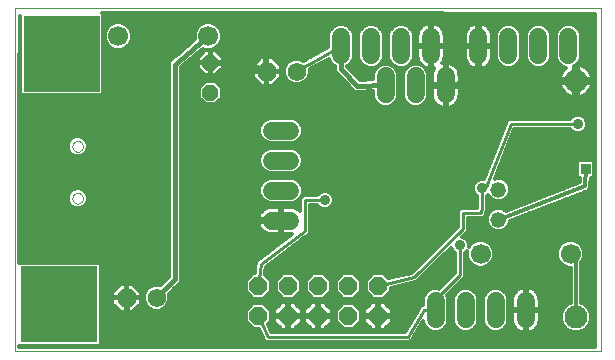
<source format=gbl>
G75*
%MOIN*%
%OFA0B0*%
%FSLAX24Y24*%
%IPPOS*%
%LPD*%
%AMOC8*
5,1,8,0,0,1.08239X$1,22.5*
%
%ADD10C,0.0000*%
%ADD11C,0.0520*%
%ADD12OC8,0.0600*%
%ADD13C,0.0600*%
%ADD14OC8,0.0520*%
%ADD15OC8,0.0620*%
%ADD16C,0.0620*%
%ADD17C,0.0669*%
%ADD18C,0.0768*%
%ADD19C,0.0160*%
%ADD20C,0.0356*%
%ADD21C,0.0100*%
%ADD22C,0.0120*%
%ADD23R,0.0356X0.0356*%
%ADD24R,0.2540X0.2540*%
D10*
X000352Y000270D02*
X000352Y011716D01*
X019882Y011716D01*
X019882Y000270D01*
X000352Y000270D01*
X002275Y005374D02*
X002277Y005400D01*
X002283Y005426D01*
X002293Y005451D01*
X002306Y005474D01*
X002322Y005494D01*
X002342Y005512D01*
X002364Y005527D01*
X002387Y005539D01*
X002413Y005547D01*
X002439Y005551D01*
X002465Y005551D01*
X002491Y005547D01*
X002517Y005539D01*
X002541Y005527D01*
X002562Y005512D01*
X002582Y005494D01*
X002598Y005474D01*
X002611Y005451D01*
X002621Y005426D01*
X002627Y005400D01*
X002629Y005374D01*
X002627Y005348D01*
X002621Y005322D01*
X002611Y005297D01*
X002598Y005274D01*
X002582Y005254D01*
X002562Y005236D01*
X002540Y005221D01*
X002517Y005209D01*
X002491Y005201D01*
X002465Y005197D01*
X002439Y005197D01*
X002413Y005201D01*
X002387Y005209D01*
X002363Y005221D01*
X002342Y005236D01*
X002322Y005254D01*
X002306Y005274D01*
X002293Y005297D01*
X002283Y005322D01*
X002277Y005348D01*
X002275Y005374D01*
X002275Y007106D02*
X002277Y007132D01*
X002283Y007158D01*
X002293Y007183D01*
X002306Y007206D01*
X002322Y007226D01*
X002342Y007244D01*
X002364Y007259D01*
X002387Y007271D01*
X002413Y007279D01*
X002439Y007283D01*
X002465Y007283D01*
X002491Y007279D01*
X002517Y007271D01*
X002541Y007259D01*
X002562Y007244D01*
X002582Y007226D01*
X002598Y007206D01*
X002611Y007183D01*
X002621Y007158D01*
X002627Y007132D01*
X002629Y007106D01*
X002627Y007080D01*
X002621Y007054D01*
X002611Y007029D01*
X002598Y007006D01*
X002582Y006986D01*
X002562Y006968D01*
X002540Y006953D01*
X002517Y006941D01*
X002491Y006933D01*
X002465Y006929D01*
X002439Y006929D01*
X002413Y006933D01*
X002387Y006941D01*
X002363Y006953D01*
X002342Y006968D01*
X002322Y006986D01*
X002306Y007006D01*
X002293Y007029D01*
X002283Y007054D01*
X002277Y007080D01*
X002275Y007106D01*
D11*
X016472Y005660D03*
X016472Y004660D03*
D12*
X012467Y002450D03*
X011467Y002450D03*
X010467Y002450D03*
X009467Y002450D03*
X008467Y002450D03*
X008467Y001450D03*
X009467Y001450D03*
X010467Y001450D03*
X011467Y001450D03*
X012467Y001450D03*
D13*
X014392Y001350D02*
X014392Y001950D01*
X015392Y001950D02*
X015392Y001350D01*
X016392Y001350D02*
X016392Y001950D01*
X017392Y001950D02*
X017392Y001350D01*
X009532Y004630D02*
X008932Y004630D01*
X008932Y005630D02*
X009532Y005630D01*
X009532Y006630D02*
X008932Y006630D01*
X008932Y007630D02*
X009532Y007630D01*
X012722Y008840D02*
X012722Y009440D01*
X013722Y009440D02*
X013722Y008840D01*
X014722Y008840D02*
X014722Y009440D01*
X014232Y010150D02*
X014232Y010750D01*
X013232Y010750D02*
X013232Y010150D01*
X012232Y010150D02*
X012232Y010750D01*
X011232Y010750D02*
X011232Y010150D01*
X015812Y010150D02*
X015812Y010750D01*
X016812Y010750D02*
X016812Y010150D01*
X017812Y010150D02*
X017812Y010750D01*
X018812Y010750D02*
X018812Y010150D01*
D14*
X006872Y009890D03*
X006872Y008890D03*
D15*
X008752Y009600D03*
X004082Y002060D03*
D16*
X005082Y002060D03*
X009752Y009600D03*
D17*
X006802Y010780D03*
X003802Y010780D03*
X015882Y003520D03*
X018882Y003520D03*
D18*
X019062Y001415D03*
X019062Y009289D03*
D19*
X015812Y010450D02*
X015812Y011300D01*
X008692Y011310D01*
X008692Y009600D01*
X008192Y009890D01*
X006872Y009890D01*
X006802Y010780D02*
X005792Y009930D01*
X005692Y009830D01*
X005692Y002680D01*
X005082Y002070D01*
X005082Y002060D01*
X004082Y002060D02*
X004072Y000990D01*
X011772Y009130D02*
X011232Y009670D01*
X011232Y010450D01*
X008752Y009600D02*
X008692Y009600D01*
X011772Y009130D02*
X012722Y009140D01*
X014722Y009140D02*
X015022Y009130D01*
X015492Y009600D01*
D20*
X015492Y009600D03*
X017032Y008550D03*
X019132Y007850D03*
X015922Y005710D03*
X015192Y003810D03*
X010692Y005310D03*
D21*
X010042Y005310D01*
X010042Y004300D01*
X008557Y003175D01*
X008467Y002450D01*
X008492Y001465D02*
X008467Y001450D01*
X008492Y001465D02*
X008602Y001190D01*
X008802Y000750D01*
X013462Y000760D01*
X014002Y001650D01*
X014392Y001650D01*
X014392Y002010D01*
X015192Y002810D01*
X015192Y003810D01*
X015292Y004360D02*
X015292Y004880D01*
X015892Y004880D01*
X015922Y005070D01*
X015922Y005710D01*
X016062Y005740D01*
X016892Y007850D01*
X019132Y007850D01*
X017032Y008550D02*
X015982Y009240D01*
X015492Y009600D01*
X011232Y010450D02*
X010222Y009890D01*
X009692Y009610D01*
X009742Y009610D01*
X015292Y004360D02*
X013672Y002740D01*
X012467Y002450D01*
D22*
X012047Y002498D02*
X011887Y002498D01*
X011887Y002380D02*
X012047Y002380D01*
X012047Y002276D02*
X012293Y002030D01*
X012641Y002030D01*
X012887Y002276D01*
X012887Y002376D01*
X013692Y002570D01*
X013742Y002570D01*
X013758Y002586D01*
X013780Y002591D01*
X013806Y002634D01*
X014902Y003730D01*
X014939Y003641D01*
X015022Y003558D01*
X015022Y002880D01*
X014501Y002359D01*
X014475Y002370D01*
X014308Y002370D01*
X014154Y002306D01*
X014036Y002188D01*
X013972Y002034D01*
X013972Y001820D01*
X013931Y001820D01*
X013915Y001804D01*
X013893Y001798D01*
X013867Y001756D01*
X013832Y001720D01*
X013832Y001698D01*
X013366Y000930D01*
X008911Y000920D01*
X008792Y001182D01*
X008887Y001276D01*
X008887Y001624D01*
X008641Y001870D01*
X008293Y001870D01*
X008047Y001624D01*
X008047Y001276D01*
X008293Y001030D01*
X008488Y001030D01*
X008632Y000713D01*
X008632Y000679D01*
X008660Y000651D01*
X008676Y000616D01*
X008708Y000604D01*
X008732Y000580D01*
X008771Y000580D01*
X008808Y000566D01*
X008839Y000580D01*
X013414Y000590D01*
X013434Y000578D01*
X013482Y000590D01*
X013533Y000590D01*
X013549Y000606D01*
X013571Y000612D01*
X013597Y000654D01*
X013632Y000690D01*
X013632Y000713D01*
X013972Y001273D01*
X013972Y001266D01*
X014036Y001112D01*
X014154Y000994D01*
X014308Y000930D01*
X014475Y000930D01*
X014630Y000994D01*
X014748Y001112D01*
X014812Y001266D01*
X014812Y002034D01*
X014766Y002144D01*
X015262Y002640D01*
X015362Y002740D01*
X015362Y003558D01*
X015437Y003633D01*
X015427Y003610D01*
X015427Y003430D01*
X015496Y003262D01*
X015624Y003135D01*
X015791Y003065D01*
X015972Y003065D01*
X016139Y003135D01*
X016267Y003262D01*
X016336Y003430D01*
X016336Y003610D01*
X016267Y003778D01*
X016139Y003905D01*
X015972Y003975D01*
X015791Y003975D01*
X015624Y003905D01*
X015496Y003778D01*
X015490Y003762D01*
X015490Y003869D01*
X015445Y003979D01*
X015361Y004063D01*
X015272Y004100D01*
X015362Y004190D01*
X015462Y004290D01*
X015462Y004710D01*
X015878Y004710D01*
X015935Y004701D01*
X015947Y004710D01*
X015962Y004710D01*
X016003Y004750D01*
X016049Y004784D01*
X016051Y004799D01*
X016062Y004810D01*
X016062Y004867D01*
X016081Y004989D01*
X016092Y005000D01*
X016092Y005057D01*
X016101Y005113D01*
X016092Y005125D01*
X016092Y005458D01*
X016129Y005495D01*
X016150Y005445D01*
X016257Y005338D01*
X016396Y005280D01*
X016547Y005280D01*
X016687Y005338D01*
X016794Y005445D01*
X016852Y005584D01*
X016852Y005736D01*
X016794Y005875D01*
X016687Y005982D01*
X016547Y006040D01*
X016396Y006040D01*
X016356Y006023D01*
X017008Y007680D01*
X018880Y007680D01*
X018963Y007597D01*
X019073Y007552D01*
X019191Y007552D01*
X019301Y007597D01*
X019385Y007681D01*
X019430Y007791D01*
X019430Y007909D01*
X019385Y008019D01*
X019301Y008103D01*
X019191Y008148D01*
X019073Y008148D01*
X018963Y008103D01*
X018880Y008020D01*
X016924Y008020D01*
X016889Y008034D01*
X016856Y008020D01*
X016821Y008020D01*
X016794Y007993D01*
X016759Y007978D01*
X016747Y007945D01*
X016722Y007920D01*
X016722Y007882D01*
X015984Y006007D01*
X015981Y006008D01*
X015863Y006008D01*
X015753Y005963D01*
X015669Y005879D01*
X015624Y005769D01*
X015624Y005651D01*
X015669Y005541D01*
X015752Y005458D01*
X015752Y005083D01*
X015747Y005050D01*
X015221Y005050D01*
X015122Y004950D01*
X015122Y004430D01*
X013585Y002894D01*
X012805Y002706D01*
X012641Y002870D01*
X012293Y002870D01*
X012047Y002624D01*
X012047Y002276D01*
X012062Y002261D02*
X011872Y002261D01*
X011887Y002276D02*
X011641Y002030D01*
X011293Y002030D01*
X011047Y002276D01*
X011047Y002624D01*
X011293Y002870D01*
X011641Y002870D01*
X011887Y002624D01*
X011887Y002276D01*
X011753Y002143D02*
X012180Y002143D01*
X012276Y001910D02*
X012007Y001641D01*
X012007Y001490D01*
X012427Y001490D01*
X012427Y001910D01*
X012276Y001910D01*
X012272Y001906D02*
X010662Y001906D01*
X010657Y001910D02*
X010507Y001910D01*
X010507Y001490D01*
X010927Y001490D01*
X010927Y001641D01*
X010657Y001910D01*
X010641Y002030D02*
X010887Y002276D01*
X010887Y002624D01*
X010641Y002870D01*
X010293Y002870D01*
X010047Y002624D01*
X010047Y002276D01*
X010293Y002030D01*
X010641Y002030D01*
X010753Y002143D02*
X011180Y002143D01*
X011062Y002261D02*
X010872Y002261D01*
X010887Y002380D02*
X011047Y002380D01*
X011047Y002498D02*
X010887Y002498D01*
X010887Y002617D02*
X011047Y002617D01*
X011158Y002735D02*
X010776Y002735D01*
X010657Y002854D02*
X011276Y002854D01*
X011657Y002854D02*
X012276Y002854D01*
X012158Y002735D02*
X011776Y002735D01*
X011887Y002617D02*
X012047Y002617D01*
X012657Y002854D02*
X013417Y002854D01*
X013663Y002972D02*
X008703Y002972D01*
X008717Y003083D02*
X010099Y004130D01*
X010112Y004130D01*
X010154Y004172D01*
X010201Y004207D01*
X010202Y004220D01*
X010212Y004230D01*
X010212Y004288D01*
X010220Y004347D01*
X010212Y004357D01*
X010212Y005140D01*
X010440Y005140D01*
X010523Y005057D01*
X010633Y005012D01*
X010751Y005012D01*
X010861Y005057D01*
X010945Y005141D01*
X010990Y005251D01*
X010990Y005369D01*
X010945Y005479D01*
X010861Y005563D01*
X010751Y005608D01*
X010633Y005608D01*
X010523Y005563D01*
X010440Y005480D01*
X009971Y005480D01*
X009891Y005400D01*
X009952Y005546D01*
X009952Y005714D01*
X009888Y005868D01*
X009770Y005986D01*
X009615Y006050D01*
X008848Y006050D01*
X008694Y005986D01*
X008576Y005868D01*
X008512Y005714D01*
X008512Y005546D01*
X008576Y005392D01*
X008694Y005274D01*
X008848Y005210D01*
X009615Y005210D01*
X009770Y005274D01*
X009872Y005376D01*
X009872Y004941D01*
X009831Y004981D01*
X009773Y005023D01*
X009708Y005056D01*
X009640Y005079D01*
X009568Y005090D01*
X009272Y005090D01*
X009272Y004670D01*
X009192Y004670D01*
X009192Y005090D01*
X008896Y005090D01*
X008824Y005079D01*
X008755Y005056D01*
X008691Y005023D01*
X008632Y004981D01*
X008581Y004930D01*
X008538Y004871D01*
X008506Y004807D01*
X008483Y004738D01*
X008472Y004670D01*
X009192Y004670D01*
X009192Y004590D01*
X009272Y004590D01*
X009272Y004170D01*
X009568Y004170D01*
X009594Y004174D01*
X008509Y003352D01*
X008508Y003352D01*
X008453Y003310D01*
X008398Y003268D01*
X008398Y003267D01*
X008397Y003266D01*
X008388Y003197D01*
X008379Y003128D01*
X008380Y003127D01*
X008348Y002870D01*
X008293Y002870D01*
X008047Y002624D01*
X008047Y002276D01*
X008293Y002030D01*
X008641Y002030D01*
X008887Y002276D01*
X008887Y002624D01*
X008685Y002826D01*
X008717Y003083D01*
X008727Y003091D02*
X013782Y003091D01*
X013900Y003209D02*
X008883Y003209D01*
X009040Y003328D02*
X014019Y003328D01*
X014137Y003446D02*
X009196Y003446D01*
X009353Y003565D02*
X014256Y003565D01*
X014374Y003683D02*
X009509Y003683D01*
X009665Y003802D02*
X014493Y003802D01*
X014611Y003920D02*
X009822Y003920D01*
X009978Y004039D02*
X014730Y004039D01*
X014848Y004157D02*
X010139Y004157D01*
X010212Y004276D02*
X014967Y004276D01*
X015085Y004394D02*
X010212Y004394D01*
X010212Y004513D02*
X015122Y004513D01*
X015122Y004631D02*
X010212Y004631D01*
X010212Y004750D02*
X015122Y004750D01*
X015122Y004868D02*
X010212Y004868D01*
X010212Y004987D02*
X015158Y004987D01*
X015752Y005105D02*
X010908Y005105D01*
X010979Y005224D02*
X015752Y005224D01*
X015752Y005342D02*
X010990Y005342D01*
X010952Y005461D02*
X015750Y005461D01*
X015653Y005579D02*
X010821Y005579D01*
X010562Y005579D02*
X009952Y005579D01*
X009952Y005461D02*
X009916Y005461D01*
X009872Y005342D02*
X009838Y005342D01*
X009872Y005224D02*
X009648Y005224D01*
X009872Y005105D02*
X005892Y005105D01*
X005892Y004987D02*
X008640Y004987D01*
X008537Y004868D02*
X005892Y004868D01*
X005892Y004750D02*
X008487Y004750D01*
X008472Y004590D02*
X008483Y004522D01*
X008506Y004453D01*
X008538Y004389D01*
X008581Y004330D01*
X008632Y004279D01*
X008691Y004237D01*
X008755Y004204D01*
X008824Y004181D01*
X008896Y004170D01*
X009192Y004170D01*
X009192Y004590D01*
X008472Y004590D01*
X008486Y004513D02*
X005892Y004513D01*
X005892Y004631D02*
X009192Y004631D01*
X009232Y004630D02*
X007562Y004630D01*
X006832Y003900D01*
X006832Y001050D01*
X006742Y000960D01*
X004102Y000960D01*
X004072Y000990D01*
X003222Y000958D02*
X008521Y000958D01*
X008575Y000839D02*
X003222Y000839D01*
X003222Y000721D02*
X008628Y000721D01*
X008709Y000602D02*
X003222Y000602D01*
X003222Y000520D02*
X003222Y003160D01*
X003152Y003230D01*
X000512Y003230D01*
X000512Y003230D01*
X000512Y008995D01*
X000532Y011460D01*
X000532Y008880D01*
X000602Y008810D01*
X003242Y008810D01*
X003312Y008880D01*
X003312Y011520D01*
X003275Y011556D01*
X009714Y011556D01*
X019702Y011530D01*
X019702Y000430D01*
X019701Y000430D01*
X000512Y000430D01*
X000512Y000450D01*
X003152Y000450D01*
X003222Y000520D01*
X003185Y000484D02*
X019702Y000484D01*
X019702Y000602D02*
X013544Y000602D01*
X013637Y000721D02*
X019702Y000721D01*
X019702Y000839D02*
X013709Y000839D01*
X013781Y000958D02*
X014242Y000958D01*
X014072Y001076D02*
X013852Y001076D01*
X013924Y001195D02*
X014002Y001195D01*
X013670Y001432D02*
X012507Y001432D01*
X012507Y001410D02*
X012507Y001490D01*
X012927Y001490D01*
X012927Y001641D01*
X012657Y001910D01*
X012507Y001910D01*
X012507Y001490D01*
X012427Y001490D01*
X012427Y001410D01*
X012507Y001410D01*
X012927Y001410D01*
X012927Y001259D01*
X012657Y000990D01*
X012507Y000990D01*
X012507Y001410D01*
X012427Y001410D02*
X012427Y000990D01*
X012276Y000990D01*
X012007Y001259D01*
X012007Y001410D01*
X012427Y001410D01*
X012427Y001432D02*
X011887Y001432D01*
X011887Y001550D02*
X012007Y001550D01*
X012035Y001669D02*
X011842Y001669D01*
X011887Y001624D02*
X011641Y001870D01*
X011293Y001870D01*
X011047Y001624D01*
X011047Y001276D01*
X011293Y001030D01*
X011641Y001030D01*
X011887Y001276D01*
X011887Y001624D01*
X011724Y001787D02*
X012153Y001787D01*
X012427Y001787D02*
X012507Y001787D01*
X012507Y001669D02*
X012427Y001669D01*
X012427Y001550D02*
X012507Y001550D01*
X012899Y001669D02*
X013814Y001669D01*
X013886Y001787D02*
X012780Y001787D01*
X012662Y001906D02*
X013972Y001906D01*
X013972Y002024D02*
X005512Y002024D01*
X005512Y001974D02*
X005512Y002146D01*
X005491Y002196D01*
X005892Y002597D01*
X005892Y009747D01*
X005927Y009783D01*
X006618Y010364D01*
X006711Y010325D01*
X006892Y010325D01*
X007059Y010395D01*
X007187Y010522D01*
X007256Y010690D01*
X007256Y010870D01*
X007187Y011038D01*
X007059Y011165D01*
X006892Y011235D01*
X006711Y011235D01*
X006544Y011165D01*
X006416Y011038D01*
X006347Y010870D01*
X006347Y010690D01*
X006357Y010667D01*
X005719Y010130D01*
X005709Y010130D01*
X005656Y010077D01*
X005600Y010030D01*
X005599Y010020D01*
X005492Y009913D01*
X005492Y002763D01*
X005204Y002475D01*
X005167Y002490D01*
X004996Y002490D01*
X004838Y002425D01*
X004717Y002304D01*
X004652Y002146D01*
X004652Y001974D01*
X004717Y001816D01*
X004838Y001695D01*
X004996Y001630D01*
X005167Y001630D01*
X005325Y001695D01*
X005446Y001816D01*
X005512Y001974D01*
X005483Y001906D02*
X009272Y001906D01*
X009276Y001910D02*
X009007Y001641D01*
X009007Y001490D01*
X009427Y001490D01*
X009427Y001910D01*
X009276Y001910D01*
X009293Y002030D02*
X009641Y002030D01*
X009887Y002276D01*
X009887Y002624D01*
X009641Y002870D01*
X009293Y002870D01*
X009047Y002624D01*
X009047Y002276D01*
X009293Y002030D01*
X009180Y002143D02*
X008753Y002143D01*
X008872Y002261D02*
X009062Y002261D01*
X009047Y002380D02*
X008887Y002380D01*
X008887Y002498D02*
X009047Y002498D01*
X009047Y002617D02*
X008887Y002617D01*
X008776Y002735D02*
X009158Y002735D01*
X009276Y002854D02*
X008688Y002854D01*
X008360Y002972D02*
X005892Y002972D01*
X005892Y002854D02*
X008276Y002854D01*
X008158Y002735D02*
X005892Y002735D01*
X005892Y002617D02*
X008047Y002617D01*
X008047Y002498D02*
X005793Y002498D01*
X005674Y002380D02*
X008047Y002380D01*
X008062Y002261D02*
X005556Y002261D01*
X005512Y002143D02*
X008180Y002143D01*
X008210Y001787D02*
X005417Y001787D01*
X005260Y001669D02*
X008091Y001669D01*
X008047Y001550D02*
X003222Y001550D01*
X003222Y001432D02*
X008047Y001432D01*
X008047Y001313D02*
X003222Y001313D01*
X003222Y001195D02*
X008128Y001195D01*
X008247Y001076D02*
X003222Y001076D01*
X003887Y001590D02*
X004062Y001590D01*
X004062Y002040D01*
X004102Y002040D01*
X004102Y002080D01*
X004552Y002080D01*
X004552Y002255D01*
X004276Y002530D01*
X004102Y002530D01*
X004102Y002080D01*
X004062Y002080D01*
X004062Y002530D01*
X003887Y002530D01*
X003612Y002255D01*
X003612Y002080D01*
X004062Y002080D01*
X004062Y002040D01*
X003612Y002040D01*
X003612Y001865D01*
X003887Y001590D01*
X003809Y001669D02*
X003222Y001669D01*
X003222Y001787D02*
X003690Y001787D01*
X003612Y001906D02*
X003222Y001906D01*
X003222Y002024D02*
X003612Y002024D01*
X003612Y002143D02*
X003222Y002143D01*
X003222Y002261D02*
X003618Y002261D01*
X003737Y002380D02*
X003222Y002380D01*
X003222Y002498D02*
X003855Y002498D01*
X004062Y002498D02*
X004102Y002498D01*
X004102Y002380D02*
X004062Y002380D01*
X004062Y002261D02*
X004102Y002261D01*
X004102Y002143D02*
X004062Y002143D01*
X004102Y002040D02*
X004552Y002040D01*
X004552Y001865D01*
X004276Y001590D01*
X004102Y001590D01*
X004102Y002040D01*
X004102Y002024D02*
X004062Y002024D01*
X004062Y001906D02*
X004102Y001906D01*
X004102Y001787D02*
X004062Y001787D01*
X004062Y001669D02*
X004102Y001669D01*
X004355Y001669D02*
X004903Y001669D01*
X004747Y001787D02*
X004474Y001787D01*
X004552Y001906D02*
X004680Y001906D01*
X004652Y002024D02*
X004552Y002024D01*
X004552Y002143D02*
X004652Y002143D01*
X004700Y002261D02*
X004545Y002261D01*
X004427Y002380D02*
X004793Y002380D01*
X005227Y002498D02*
X004308Y002498D01*
X005346Y002617D02*
X003222Y002617D01*
X003222Y002735D02*
X005464Y002735D01*
X005492Y002854D02*
X003222Y002854D01*
X003222Y002972D02*
X005492Y002972D01*
X005492Y003091D02*
X003222Y003091D01*
X003172Y003209D02*
X005492Y003209D01*
X005492Y003328D02*
X000512Y003328D01*
X000512Y003446D02*
X005492Y003446D01*
X005492Y003565D02*
X000512Y003565D01*
X000512Y003683D02*
X005492Y003683D01*
X005492Y003802D02*
X000512Y003802D01*
X000512Y003920D02*
X005492Y003920D01*
X005492Y004039D02*
X000512Y004039D01*
X000512Y004157D02*
X005492Y004157D01*
X005492Y004276D02*
X000512Y004276D01*
X000512Y004394D02*
X005492Y004394D01*
X005492Y004513D02*
X000512Y004513D01*
X000512Y004631D02*
X005492Y004631D01*
X005492Y004750D02*
X000512Y004750D01*
X000512Y004868D02*
X005492Y004868D01*
X005492Y004987D02*
X000512Y004987D01*
X000512Y005105D02*
X002244Y005105D01*
X002261Y005088D02*
X002166Y005183D01*
X002115Y005307D01*
X002115Y005441D01*
X002166Y005565D01*
X002261Y005660D01*
X002385Y005711D01*
X002519Y005711D01*
X002643Y005660D01*
X002738Y005565D01*
X002789Y005441D01*
X002789Y005307D01*
X002738Y005183D01*
X002643Y005088D01*
X002519Y005037D01*
X002385Y005037D01*
X002261Y005088D01*
X002149Y005224D02*
X000512Y005224D01*
X000512Y005342D02*
X002115Y005342D01*
X002123Y005461D02*
X000512Y005461D01*
X000512Y005579D02*
X002180Y005579D01*
X002352Y005698D02*
X000512Y005698D01*
X000512Y005816D02*
X005492Y005816D01*
X005492Y005698D02*
X002551Y005698D01*
X002723Y005579D02*
X005492Y005579D01*
X005492Y005461D02*
X002781Y005461D01*
X002789Y005342D02*
X005492Y005342D01*
X005492Y005224D02*
X002754Y005224D01*
X002660Y005105D02*
X005492Y005105D01*
X005892Y005224D02*
X008816Y005224D01*
X008626Y005342D02*
X005892Y005342D01*
X005892Y005461D02*
X008547Y005461D01*
X008512Y005579D02*
X005892Y005579D01*
X005892Y005698D02*
X008512Y005698D01*
X008554Y005816D02*
X005892Y005816D01*
X005892Y005935D02*
X008642Y005935D01*
X008694Y006274D02*
X008848Y006210D01*
X009615Y006210D01*
X009770Y006274D01*
X009888Y006392D01*
X009952Y006546D01*
X009952Y006714D01*
X009888Y006868D01*
X009770Y006986D01*
X009615Y007050D01*
X008848Y007050D01*
X008694Y006986D01*
X008576Y006868D01*
X008512Y006714D01*
X008512Y006546D01*
X008576Y006392D01*
X008694Y006274D01*
X008678Y006290D02*
X005892Y006290D01*
X005892Y006172D02*
X016049Y006172D01*
X016096Y006290D02*
X009786Y006290D01*
X009895Y006409D02*
X016142Y006409D01*
X016189Y006527D02*
X009944Y006527D01*
X009952Y006646D02*
X016235Y006646D01*
X016282Y006764D02*
X009931Y006764D01*
X009873Y006883D02*
X016329Y006883D01*
X016375Y007001D02*
X009734Y007001D01*
X009615Y007210D02*
X009770Y007274D01*
X009888Y007392D01*
X009952Y007546D01*
X009952Y007714D01*
X009888Y007868D01*
X009770Y007986D01*
X009615Y008050D01*
X008848Y008050D01*
X008694Y007986D01*
X008576Y007868D01*
X008512Y007714D01*
X008512Y007546D01*
X008576Y007392D01*
X008694Y007274D01*
X008848Y007210D01*
X009615Y007210D01*
X009683Y007238D02*
X016468Y007238D01*
X016422Y007120D02*
X005892Y007120D01*
X005892Y007238D02*
X008781Y007238D01*
X008611Y007357D02*
X005892Y007357D01*
X005892Y007475D02*
X008541Y007475D01*
X008512Y007594D02*
X005892Y007594D01*
X005892Y007712D02*
X008512Y007712D01*
X008560Y007831D02*
X005892Y007831D01*
X005892Y007949D02*
X008657Y007949D01*
X009807Y007949D02*
X016748Y007949D01*
X016701Y007831D02*
X009903Y007831D01*
X009952Y007712D02*
X016655Y007712D01*
X016608Y007594D02*
X009952Y007594D01*
X009922Y007475D02*
X016562Y007475D01*
X016515Y007357D02*
X009852Y007357D01*
X008730Y007001D02*
X005892Y007001D01*
X005892Y006883D02*
X008590Y006883D01*
X008533Y006764D02*
X005892Y006764D01*
X005892Y006646D02*
X008512Y006646D01*
X008520Y006527D02*
X005892Y006527D01*
X005892Y006409D02*
X008569Y006409D01*
X009821Y005935D02*
X015725Y005935D01*
X015643Y005816D02*
X009909Y005816D01*
X009952Y005698D02*
X015624Y005698D01*
X016094Y005461D02*
X016143Y005461D01*
X016092Y005342D02*
X016252Y005342D01*
X016092Y005224D02*
X017428Y005224D01*
X017122Y005105D02*
X016099Y005105D01*
X016081Y004987D02*
X016267Y004987D01*
X016257Y004982D02*
X016396Y005040D01*
X016547Y005040D01*
X016687Y004982D01*
X016720Y004949D01*
X019186Y005905D01*
X019191Y006042D01*
X019154Y006042D01*
X019084Y006112D01*
X019084Y006568D01*
X019154Y006638D01*
X019610Y006638D01*
X019680Y006568D01*
X019680Y006112D01*
X019610Y006042D01*
X019551Y006042D01*
X019543Y005811D01*
X019557Y005776D01*
X019540Y005739D01*
X019539Y005699D01*
X019512Y005673D01*
X019496Y005639D01*
X019459Y005625D01*
X019430Y005597D01*
X019392Y005599D01*
X016852Y004614D01*
X016852Y004584D01*
X016794Y004445D01*
X016687Y004338D01*
X016547Y004280D01*
X016396Y004280D01*
X016257Y004338D01*
X016150Y004445D01*
X016092Y004584D01*
X016092Y004736D01*
X016150Y004875D01*
X016257Y004982D01*
X016147Y004868D02*
X016062Y004868D01*
X016098Y004750D02*
X016002Y004750D01*
X016092Y004631D02*
X015462Y004631D01*
X015462Y004513D02*
X016122Y004513D01*
X016200Y004394D02*
X015462Y004394D01*
X015448Y004276D02*
X019702Y004276D01*
X019702Y004394D02*
X016743Y004394D01*
X016822Y004513D02*
X019702Y004513D01*
X019702Y004631D02*
X016895Y004631D01*
X017201Y004750D02*
X019702Y004750D01*
X019702Y004868D02*
X017507Y004868D01*
X017813Y004987D02*
X019702Y004987D01*
X019702Y005105D02*
X018118Y005105D01*
X018424Y005224D02*
X019702Y005224D01*
X019702Y005342D02*
X018730Y005342D01*
X019036Y005461D02*
X019702Y005461D01*
X019702Y005579D02*
X019341Y005579D01*
X019362Y005780D02*
X016472Y004660D01*
X016676Y004987D02*
X016816Y004987D01*
X016691Y005342D02*
X017734Y005342D01*
X018039Y005461D02*
X016801Y005461D01*
X016850Y005579D02*
X018345Y005579D01*
X018651Y005698D02*
X016852Y005698D01*
X016818Y005816D02*
X018957Y005816D01*
X019187Y005935D02*
X016735Y005935D01*
X016368Y006053D02*
X019143Y006053D01*
X019084Y006172D02*
X016414Y006172D01*
X016461Y006290D02*
X019084Y006290D01*
X019084Y006409D02*
X016507Y006409D01*
X016554Y006527D02*
X019084Y006527D01*
X019382Y006340D02*
X019362Y005780D01*
X019543Y005816D02*
X019702Y005816D01*
X019702Y005698D02*
X019537Y005698D01*
X019547Y005935D02*
X019702Y005935D01*
X019702Y006053D02*
X019621Y006053D01*
X019680Y006172D02*
X019702Y006172D01*
X019702Y006290D02*
X019680Y006290D01*
X019680Y006409D02*
X019702Y006409D01*
X019702Y006527D02*
X019680Y006527D01*
X019702Y006646D02*
X016601Y006646D01*
X016647Y006764D02*
X019702Y006764D01*
X019702Y006883D02*
X016694Y006883D01*
X016741Y007001D02*
X019702Y007001D01*
X019702Y007120D02*
X016787Y007120D01*
X016834Y007238D02*
X019702Y007238D01*
X019702Y007357D02*
X016880Y007357D01*
X016927Y007475D02*
X019702Y007475D01*
X019702Y007594D02*
X019292Y007594D01*
X019397Y007712D02*
X019702Y007712D01*
X019702Y007831D02*
X019430Y007831D01*
X019413Y007949D02*
X019702Y007949D01*
X019702Y008068D02*
X019336Y008068D01*
X019702Y008186D02*
X005892Y008186D01*
X005892Y008068D02*
X018928Y008068D01*
X019702Y008305D02*
X005892Y008305D01*
X005892Y008423D02*
X012631Y008423D01*
X012638Y008420D02*
X012805Y008420D01*
X012960Y008484D01*
X013078Y008602D01*
X013142Y008756D01*
X013142Y009524D01*
X013078Y009678D01*
X012960Y009796D01*
X012805Y009860D01*
X012638Y009860D01*
X012484Y009796D01*
X012366Y009678D01*
X012302Y009524D01*
X012302Y009336D01*
X011854Y009331D01*
X011432Y009753D01*
X011432Y009778D01*
X011470Y009794D01*
X011588Y009912D01*
X011652Y010066D01*
X011652Y010834D01*
X011588Y010988D01*
X011470Y011106D01*
X011315Y011170D01*
X011148Y011170D01*
X010994Y011106D01*
X010876Y010988D01*
X010812Y010834D01*
X010812Y010412D01*
X010141Y010040D01*
X009997Y009963D01*
X009995Y009965D01*
X009837Y010030D01*
X009666Y010030D01*
X009508Y009965D01*
X009387Y009844D01*
X009322Y009686D01*
X009322Y009514D01*
X009387Y009356D01*
X009508Y009235D01*
X009666Y009170D01*
X009837Y009170D01*
X009995Y009235D01*
X010116Y009356D01*
X010182Y009514D01*
X010182Y009677D01*
X010241Y009708D01*
X010243Y009707D01*
X010303Y009740D01*
X010363Y009773D01*
X010364Y009774D01*
X010827Y010031D01*
X010876Y009912D01*
X010994Y009794D01*
X011032Y009778D01*
X011032Y009587D01*
X011149Y009470D01*
X011573Y009046D01*
X011573Y009045D01*
X011631Y008988D01*
X011689Y008930D01*
X011690Y008930D01*
X011691Y008929D01*
X011773Y008930D01*
X011855Y008930D01*
X011856Y008931D01*
X012302Y008936D01*
X012302Y008756D01*
X012366Y008602D01*
X012484Y008484D01*
X012638Y008420D01*
X012813Y008423D02*
X013631Y008423D01*
X013638Y008420D02*
X013805Y008420D01*
X013960Y008484D01*
X014078Y008602D01*
X014142Y008756D01*
X014142Y009524D01*
X014078Y009678D01*
X014008Y009748D01*
X014055Y009724D01*
X014124Y009701D01*
X014192Y009691D01*
X014192Y010410D01*
X014272Y010410D01*
X014272Y010490D01*
X014692Y010490D01*
X014692Y010786D01*
X014680Y010858D01*
X014658Y010927D01*
X014625Y010991D01*
X014583Y011050D01*
X014531Y011101D01*
X014473Y011143D01*
X014408Y011176D01*
X014340Y011199D01*
X014272Y011209D01*
X014272Y010490D01*
X014192Y010490D01*
X014192Y011209D01*
X014124Y011199D01*
X014055Y011176D01*
X013991Y011143D01*
X013932Y011101D01*
X013881Y011050D01*
X013838Y010991D01*
X013806Y010927D01*
X013783Y010858D01*
X013772Y010786D01*
X013772Y010490D01*
X014192Y010490D01*
X014192Y010410D01*
X013772Y010410D01*
X013772Y010114D01*
X013783Y010042D01*
X013806Y009973D01*
X013838Y009909D01*
X013881Y009850D01*
X013918Y009813D01*
X013805Y009860D01*
X013638Y009860D01*
X013484Y009796D01*
X013366Y009678D01*
X013302Y009524D01*
X013302Y008756D01*
X013366Y008602D01*
X013484Y008484D01*
X013638Y008420D01*
X013813Y008423D02*
X014527Y008423D01*
X014545Y008414D02*
X014614Y008391D01*
X014682Y008381D01*
X014682Y009100D01*
X014762Y009100D01*
X014762Y009180D01*
X015182Y009180D01*
X015182Y009476D01*
X015170Y009548D01*
X015148Y009617D01*
X015115Y009681D01*
X015073Y009740D01*
X015021Y009791D01*
X014963Y009833D01*
X014898Y009866D01*
X014830Y009889D01*
X014762Y009899D01*
X014762Y009180D01*
X014682Y009180D01*
X014682Y009899D01*
X014614Y009889D01*
X014609Y009887D01*
X014625Y009909D01*
X014658Y009973D01*
X014680Y010042D01*
X014692Y010114D01*
X014692Y010410D01*
X014272Y010410D01*
X014272Y009691D01*
X014340Y009701D01*
X014344Y009703D01*
X014328Y009681D01*
X014296Y009617D01*
X014273Y009548D01*
X014262Y009476D01*
X014262Y009180D01*
X014682Y009180D01*
X014682Y009100D01*
X014262Y009100D01*
X014262Y008804D01*
X014273Y008732D01*
X014296Y008663D01*
X014328Y008599D01*
X014371Y008540D01*
X014422Y008489D01*
X014481Y008447D01*
X014545Y008414D01*
X014682Y008423D02*
X014762Y008423D01*
X014762Y008381D02*
X014830Y008391D01*
X014898Y008414D01*
X014963Y008447D01*
X015021Y008489D01*
X015073Y008540D01*
X015115Y008599D01*
X015148Y008663D01*
X015170Y008732D01*
X015182Y008804D01*
X015182Y009100D01*
X014762Y009100D01*
X014762Y008381D01*
X014917Y008423D02*
X019702Y008423D01*
X019702Y008542D02*
X015074Y008542D01*
X015146Y008660D02*
X019702Y008660D01*
X019702Y008779D02*
X019252Y008779D01*
X019271Y008785D02*
X019189Y008758D01*
X019122Y008748D01*
X019122Y009229D01*
X019122Y009349D01*
X019002Y009349D01*
X019002Y009774D01*
X019050Y009794D01*
X019168Y009912D01*
X019232Y010066D01*
X019232Y010834D01*
X019168Y010988D01*
X019050Y011106D01*
X018895Y011170D01*
X018728Y011170D01*
X018574Y011106D01*
X018456Y010988D01*
X018392Y010834D01*
X018392Y010066D01*
X018456Y009912D01*
X018574Y009794D01*
X018728Y009730D01*
X018744Y009730D01*
X018708Y009703D01*
X018647Y009643D01*
X018597Y009574D01*
X018558Y009497D01*
X018531Y009416D01*
X018521Y009349D01*
X019002Y009349D01*
X019002Y009229D01*
X018521Y009229D01*
X018531Y009161D01*
X018558Y009080D01*
X018597Y009004D01*
X018647Y008934D01*
X018708Y008874D01*
X018777Y008824D01*
X018853Y008785D01*
X018934Y008758D01*
X019002Y008748D01*
X019002Y009229D01*
X019122Y009229D01*
X019603Y009229D01*
X019592Y009161D01*
X019566Y009080D01*
X019527Y009004D01*
X019477Y008934D01*
X019416Y008874D01*
X019347Y008824D01*
X019271Y008785D01*
X019122Y008779D02*
X019002Y008779D01*
X019002Y008897D02*
X019122Y008897D01*
X019122Y009016D02*
X019002Y009016D01*
X019002Y009134D02*
X019122Y009134D01*
X019122Y009253D02*
X019702Y009253D01*
X019702Y009371D02*
X019599Y009371D01*
X019603Y009349D02*
X019592Y009416D01*
X019566Y009497D01*
X019527Y009574D01*
X019477Y009643D01*
X019416Y009703D01*
X019347Y009754D01*
X019271Y009793D01*
X019189Y009819D01*
X019122Y009830D01*
X019122Y009349D01*
X019603Y009349D01*
X019568Y009490D02*
X019702Y009490D01*
X019702Y009608D02*
X019502Y009608D01*
X019384Y009727D02*
X019702Y009727D01*
X019702Y009845D02*
X019101Y009845D01*
X019122Y009727D02*
X019002Y009727D01*
X019002Y009608D02*
X019122Y009608D01*
X019122Y009490D02*
X019002Y009490D01*
X019002Y009371D02*
X019122Y009371D01*
X019002Y009253D02*
X015182Y009253D01*
X015182Y009371D02*
X018524Y009371D01*
X018555Y009490D02*
X015180Y009490D01*
X015151Y009608D02*
X018622Y009608D01*
X018739Y009727D02*
X015994Y009727D01*
X015988Y009724D02*
X016053Y009757D01*
X016111Y009799D01*
X016163Y009850D01*
X016205Y009909D01*
X016238Y009973D01*
X016260Y010042D01*
X016272Y010114D01*
X016272Y010410D01*
X015852Y010410D01*
X015852Y010490D01*
X016272Y010490D01*
X016272Y010786D01*
X016260Y010858D01*
X016238Y010927D01*
X016205Y010991D01*
X016163Y011050D01*
X016111Y011101D01*
X016053Y011143D01*
X015988Y011176D01*
X015920Y011199D01*
X015852Y011209D01*
X015852Y010490D01*
X015772Y010490D01*
X015772Y011209D01*
X015704Y011199D01*
X015635Y011176D01*
X015571Y011143D01*
X015512Y011101D01*
X015461Y011050D01*
X015418Y010991D01*
X015386Y010927D01*
X015363Y010858D01*
X015352Y010786D01*
X015352Y010490D01*
X015772Y010490D01*
X015772Y010410D01*
X015852Y010410D01*
X015852Y009691D01*
X015920Y009701D01*
X015988Y009724D01*
X015852Y009727D02*
X015772Y009727D01*
X015772Y009691D02*
X015772Y010410D01*
X015352Y010410D01*
X015352Y010114D01*
X015363Y010042D01*
X015386Y009973D01*
X015418Y009909D01*
X015461Y009850D01*
X015512Y009799D01*
X015571Y009757D01*
X015635Y009724D01*
X015704Y009701D01*
X015772Y009691D01*
X015630Y009727D02*
X015082Y009727D01*
X014940Y009845D02*
X015466Y009845D01*
X015391Y009964D02*
X014653Y009964D01*
X014682Y009845D02*
X014762Y009845D01*
X014762Y009727D02*
X014682Y009727D01*
X014682Y009608D02*
X014762Y009608D01*
X014762Y009490D02*
X014682Y009490D01*
X014682Y009371D02*
X014762Y009371D01*
X014762Y009253D02*
X014682Y009253D01*
X014682Y009134D02*
X014142Y009134D01*
X014142Y009016D02*
X014262Y009016D01*
X014262Y008897D02*
X014142Y008897D01*
X014142Y008779D02*
X014266Y008779D01*
X014297Y008660D02*
X014102Y008660D01*
X014017Y008542D02*
X014370Y008542D01*
X014682Y008542D02*
X014762Y008542D01*
X014762Y008660D02*
X014682Y008660D01*
X014682Y008779D02*
X014762Y008779D01*
X014762Y008897D02*
X014682Y008897D01*
X014682Y009016D02*
X014762Y009016D01*
X014762Y009134D02*
X018540Y009134D01*
X018591Y009016D02*
X015182Y009016D01*
X015182Y008897D02*
X018684Y008897D01*
X018872Y008779D02*
X015178Y008779D01*
X014262Y009253D02*
X014142Y009253D01*
X014142Y009371D02*
X014262Y009371D01*
X014264Y009490D02*
X014142Y009490D01*
X014107Y009608D02*
X014293Y009608D01*
X014272Y009727D02*
X014192Y009727D01*
X014192Y009845D02*
X014272Y009845D01*
X014272Y009964D02*
X014192Y009964D01*
X014192Y010082D02*
X014272Y010082D01*
X014272Y010201D02*
X014192Y010201D01*
X014192Y010319D02*
X014272Y010319D01*
X014272Y010438D02*
X015772Y010438D01*
X015852Y010438D02*
X016392Y010438D01*
X016392Y010556D02*
X016272Y010556D01*
X016272Y010675D02*
X016392Y010675D01*
X016392Y010793D02*
X016271Y010793D01*
X016243Y010912D02*
X016424Y010912D01*
X016456Y010988D02*
X016392Y010834D01*
X016392Y010066D01*
X016456Y009912D01*
X016574Y009794D01*
X016728Y009730D01*
X016895Y009730D01*
X017050Y009794D01*
X017168Y009912D01*
X017232Y010066D01*
X017232Y010834D01*
X017168Y010988D01*
X017050Y011106D01*
X016895Y011170D01*
X016728Y011170D01*
X016574Y011106D01*
X016456Y010988D01*
X016498Y011030D02*
X016177Y011030D01*
X016043Y011149D02*
X016677Y011149D01*
X016947Y011149D02*
X017677Y011149D01*
X017728Y011170D02*
X017574Y011106D01*
X017456Y010988D01*
X017392Y010834D01*
X017392Y010066D01*
X017456Y009912D01*
X017574Y009794D01*
X017728Y009730D01*
X017895Y009730D01*
X018050Y009794D01*
X018168Y009912D01*
X018232Y010066D01*
X018232Y010834D01*
X018168Y010988D01*
X018050Y011106D01*
X017895Y011170D01*
X017728Y011170D01*
X017947Y011149D02*
X018677Y011149D01*
X018498Y011030D02*
X018126Y011030D01*
X018199Y010912D02*
X018424Y010912D01*
X018392Y010793D02*
X018232Y010793D01*
X018232Y010675D02*
X018392Y010675D01*
X018392Y010556D02*
X018232Y010556D01*
X018232Y010438D02*
X018392Y010438D01*
X018392Y010319D02*
X018232Y010319D01*
X018232Y010201D02*
X018392Y010201D01*
X018392Y010082D02*
X018232Y010082D01*
X018189Y009964D02*
X018434Y009964D01*
X018523Y009845D02*
X018101Y009845D01*
X017523Y009845D02*
X017101Y009845D01*
X017189Y009964D02*
X017434Y009964D01*
X017392Y010082D02*
X017232Y010082D01*
X017232Y010201D02*
X017392Y010201D01*
X017392Y010319D02*
X017232Y010319D01*
X017232Y010438D02*
X017392Y010438D01*
X017392Y010556D02*
X017232Y010556D01*
X017232Y010675D02*
X017392Y010675D01*
X017392Y010793D02*
X017232Y010793D01*
X017199Y010912D02*
X017424Y010912D01*
X017498Y011030D02*
X017126Y011030D01*
X015852Y011030D02*
X015772Y011030D01*
X015772Y010912D02*
X015852Y010912D01*
X015852Y010793D02*
X015772Y010793D01*
X015772Y010675D02*
X015852Y010675D01*
X015852Y010556D02*
X015772Y010556D01*
X015352Y010556D02*
X014692Y010556D01*
X014692Y010675D02*
X015352Y010675D01*
X015353Y010793D02*
X014691Y010793D01*
X014663Y010912D02*
X015381Y010912D01*
X015447Y011030D02*
X014597Y011030D01*
X014463Y011149D02*
X015581Y011149D01*
X015772Y011149D02*
X015852Y011149D01*
X015852Y010319D02*
X015772Y010319D01*
X015772Y010201D02*
X015852Y010201D01*
X015852Y010082D02*
X015772Y010082D01*
X015772Y009964D02*
X015852Y009964D01*
X015852Y009845D02*
X015772Y009845D01*
X016157Y009845D02*
X016523Y009845D01*
X016434Y009964D02*
X016233Y009964D01*
X016267Y010082D02*
X016392Y010082D01*
X016392Y010201D02*
X016272Y010201D01*
X016272Y010319D02*
X016392Y010319D01*
X015352Y010319D02*
X014692Y010319D01*
X014692Y010201D02*
X015352Y010201D01*
X015357Y010082D02*
X014687Y010082D01*
X014192Y010438D02*
X013652Y010438D01*
X013652Y010556D02*
X013772Y010556D01*
X013772Y010675D02*
X013652Y010675D01*
X013652Y010793D02*
X013773Y010793D01*
X013801Y010912D02*
X013619Y010912D01*
X013588Y010988D02*
X013652Y010834D01*
X013652Y010066D01*
X013588Y009912D01*
X013470Y009794D01*
X013315Y009730D01*
X013148Y009730D01*
X012994Y009794D01*
X012876Y009912D01*
X012812Y010066D01*
X012812Y010834D01*
X012876Y010988D01*
X012994Y011106D01*
X013148Y011170D01*
X013315Y011170D01*
X013470Y011106D01*
X013588Y010988D01*
X013546Y011030D02*
X013867Y011030D01*
X014001Y011149D02*
X013367Y011149D01*
X013097Y011149D02*
X012367Y011149D01*
X012315Y011170D02*
X012470Y011106D01*
X012588Y010988D01*
X012652Y010834D01*
X012652Y010066D01*
X012588Y009912D01*
X012470Y009794D01*
X012315Y009730D01*
X012148Y009730D01*
X011994Y009794D01*
X011876Y009912D01*
X011812Y010066D01*
X011812Y010834D01*
X011876Y010988D01*
X011994Y011106D01*
X012148Y011170D01*
X012315Y011170D01*
X012097Y011149D02*
X011367Y011149D01*
X011546Y011030D02*
X011918Y011030D01*
X011844Y010912D02*
X011619Y010912D01*
X011652Y010793D02*
X011812Y010793D01*
X011812Y010675D02*
X011652Y010675D01*
X011652Y010556D02*
X011812Y010556D01*
X011812Y010438D02*
X011652Y010438D01*
X011652Y010319D02*
X011812Y010319D01*
X011812Y010201D02*
X011652Y010201D01*
X011652Y010082D02*
X011812Y010082D01*
X011854Y009964D02*
X011609Y009964D01*
X011521Y009845D02*
X011943Y009845D01*
X011577Y009608D02*
X012337Y009608D01*
X012302Y009490D02*
X011695Y009490D01*
X011814Y009371D02*
X012302Y009371D01*
X012414Y009727D02*
X011458Y009727D01*
X011129Y009490D02*
X010171Y009490D01*
X010182Y009608D02*
X011032Y009608D01*
X011032Y009727D02*
X010278Y009727D01*
X010491Y009845D02*
X010943Y009845D01*
X010854Y009964D02*
X010705Y009964D01*
X010431Y010201D02*
X007155Y010201D01*
X007046Y010310D02*
X006892Y010310D01*
X006892Y009910D01*
X007292Y009910D01*
X007292Y010064D01*
X007046Y010310D01*
X007102Y010438D02*
X010812Y010438D01*
X010812Y010556D02*
X007201Y010556D01*
X007250Y010675D02*
X010812Y010675D01*
X010812Y010793D02*
X007256Y010793D01*
X007239Y010912D02*
X010844Y010912D01*
X010918Y011030D02*
X007190Y011030D01*
X007076Y011149D02*
X011097Y011149D01*
X012546Y011030D02*
X012918Y011030D01*
X012844Y010912D02*
X012619Y010912D01*
X012652Y010793D02*
X012812Y010793D01*
X012812Y010675D02*
X012652Y010675D01*
X012652Y010556D02*
X012812Y010556D01*
X012812Y010438D02*
X012652Y010438D01*
X012652Y010319D02*
X012812Y010319D01*
X012812Y010201D02*
X012652Y010201D01*
X012652Y010082D02*
X012812Y010082D01*
X012854Y009964D02*
X012609Y009964D01*
X012602Y009845D02*
X012521Y009845D01*
X012841Y009845D02*
X012943Y009845D01*
X013029Y009727D02*
X013414Y009727D01*
X013337Y009608D02*
X013107Y009608D01*
X013142Y009490D02*
X013302Y009490D01*
X013302Y009371D02*
X013142Y009371D01*
X013142Y009253D02*
X013302Y009253D01*
X013302Y009134D02*
X013142Y009134D01*
X013142Y009016D02*
X013302Y009016D01*
X013302Y008897D02*
X013142Y008897D01*
X013142Y008779D02*
X013302Y008779D01*
X013342Y008660D02*
X013102Y008660D01*
X013017Y008542D02*
X013426Y008542D01*
X012426Y008542D02*
X007061Y008542D01*
X007029Y008510D02*
X007252Y008733D01*
X007252Y009047D01*
X007029Y009270D01*
X006714Y009270D01*
X006492Y009047D01*
X006492Y008733D01*
X006714Y008510D01*
X007029Y008510D01*
X007179Y008660D02*
X012342Y008660D01*
X012302Y008779D02*
X007252Y008779D01*
X007252Y008897D02*
X012302Y008897D01*
X011603Y009016D02*
X007252Y009016D01*
X007165Y009134D02*
X008553Y009134D01*
X008557Y009130D02*
X008732Y009130D01*
X008732Y009580D01*
X008772Y009580D01*
X008772Y009620D01*
X009222Y009620D01*
X009222Y009795D01*
X008946Y010070D01*
X008772Y010070D01*
X008772Y009620D01*
X008732Y009620D01*
X008732Y010070D01*
X008557Y010070D01*
X008282Y009795D01*
X008282Y009620D01*
X008732Y009620D01*
X008732Y009580D01*
X008282Y009580D01*
X008282Y009405D01*
X008557Y009130D01*
X008435Y009253D02*
X007047Y009253D01*
X006697Y009253D02*
X005892Y009253D01*
X005892Y009371D02*
X008316Y009371D01*
X008282Y009490D02*
X007065Y009490D01*
X007046Y009470D02*
X007292Y009716D01*
X007292Y009870D01*
X006892Y009870D01*
X006892Y009910D01*
X006852Y009910D01*
X006852Y010310D01*
X006698Y010310D01*
X006452Y010064D01*
X006452Y009910D01*
X006852Y009910D01*
X006852Y009870D01*
X006892Y009870D01*
X006892Y009470D01*
X007046Y009470D01*
X006892Y009490D02*
X006852Y009490D01*
X006852Y009470D02*
X006852Y009870D01*
X006452Y009870D01*
X006452Y009716D01*
X006698Y009470D01*
X006852Y009470D01*
X006852Y009608D02*
X006892Y009608D01*
X006892Y009727D02*
X006852Y009727D01*
X006852Y009845D02*
X006892Y009845D01*
X006892Y009964D02*
X006852Y009964D01*
X006852Y010082D02*
X006892Y010082D01*
X006892Y010201D02*
X006852Y010201D01*
X007274Y010082D02*
X010218Y010082D01*
X009997Y009964D02*
X009996Y009964D01*
X009507Y009964D02*
X009053Y009964D01*
X009171Y009845D02*
X009389Y009845D01*
X009339Y009727D02*
X009222Y009727D01*
X009222Y009580D02*
X008772Y009580D01*
X008772Y009130D01*
X008946Y009130D01*
X009222Y009405D01*
X009222Y009580D01*
X009222Y009490D02*
X009332Y009490D01*
X009322Y009608D02*
X008772Y009608D01*
X008732Y009608D02*
X007184Y009608D01*
X007292Y009727D02*
X008282Y009727D01*
X008332Y009845D02*
X007292Y009845D01*
X007292Y009964D02*
X008451Y009964D01*
X008732Y009964D02*
X008772Y009964D01*
X008772Y009845D02*
X008732Y009845D01*
X008732Y009727D02*
X008772Y009727D01*
X008772Y009490D02*
X008732Y009490D01*
X008732Y009371D02*
X008772Y009371D01*
X008772Y009253D02*
X008732Y009253D01*
X008732Y009134D02*
X008772Y009134D01*
X008951Y009134D02*
X011485Y009134D01*
X011366Y009253D02*
X010012Y009253D01*
X010122Y009371D02*
X011248Y009371D01*
X009491Y009253D02*
X009069Y009253D01*
X009188Y009371D02*
X009381Y009371D01*
X010645Y010319D02*
X006565Y010319D01*
X006588Y010201D02*
X006424Y010201D01*
X006470Y010082D02*
X006283Y010082D01*
X006142Y009964D02*
X006452Y009964D01*
X006452Y009845D02*
X006001Y009845D01*
X005892Y009727D02*
X006452Y009727D01*
X006560Y009608D02*
X005892Y009608D01*
X005892Y009490D02*
X006678Y009490D01*
X006578Y009134D02*
X005892Y009134D01*
X005892Y009016D02*
X006492Y009016D01*
X006492Y008897D02*
X005892Y008897D01*
X005892Y008779D02*
X006492Y008779D01*
X006564Y008660D02*
X005892Y008660D01*
X005892Y008542D02*
X006683Y008542D01*
X005492Y008542D02*
X000512Y008542D01*
X000512Y008660D02*
X005492Y008660D01*
X005492Y008779D02*
X000512Y008779D01*
X000512Y008897D02*
X000532Y008897D01*
X000532Y009016D02*
X000512Y009016D01*
X000513Y009134D02*
X000532Y009134D01*
X000532Y009253D02*
X000514Y009253D01*
X000515Y009371D02*
X000532Y009371D01*
X000532Y009490D02*
X000516Y009490D01*
X000517Y009608D02*
X000532Y009608D01*
X000518Y009727D02*
X000532Y009727D01*
X000519Y009845D02*
X000532Y009845D01*
X000520Y009964D02*
X000532Y009964D01*
X000521Y010082D02*
X000532Y010082D01*
X000522Y010201D02*
X000532Y010201D01*
X000523Y010319D02*
X000532Y010319D01*
X000524Y010438D02*
X000532Y010438D01*
X000524Y010556D02*
X000532Y010556D01*
X000525Y010675D02*
X000532Y010675D01*
X000526Y010793D02*
X000532Y010793D01*
X000527Y010912D02*
X000532Y010912D01*
X000528Y011030D02*
X000532Y011030D01*
X000529Y011149D02*
X000532Y011149D01*
X000530Y011267D02*
X000532Y011267D01*
X000531Y011386D02*
X000532Y011386D01*
X003312Y011386D02*
X019702Y011386D01*
X019702Y011504D02*
X003312Y011504D01*
X003312Y011267D02*
X019702Y011267D01*
X019702Y011149D02*
X018947Y011149D01*
X019126Y011030D02*
X019702Y011030D01*
X019702Y010912D02*
X019199Y010912D01*
X019232Y010793D02*
X019702Y010793D01*
X019702Y010675D02*
X019232Y010675D01*
X019232Y010556D02*
X019702Y010556D01*
X019702Y010438D02*
X019232Y010438D01*
X019232Y010319D02*
X019702Y010319D01*
X019702Y010201D02*
X019232Y010201D01*
X019232Y010082D02*
X019702Y010082D01*
X019702Y009964D02*
X019189Y009964D01*
X019583Y009134D02*
X019702Y009134D01*
X019702Y009016D02*
X019533Y009016D01*
X019439Y008897D02*
X019702Y008897D01*
X018972Y007594D02*
X016974Y007594D01*
X016002Y006053D02*
X005892Y006053D01*
X005492Y006053D02*
X000512Y006053D01*
X000512Y005935D02*
X005492Y005935D01*
X005492Y006172D02*
X000512Y006172D01*
X000512Y006290D02*
X005492Y006290D01*
X005492Y006409D02*
X000512Y006409D01*
X000512Y006527D02*
X005492Y006527D01*
X005492Y006646D02*
X000512Y006646D01*
X000512Y006764D02*
X005492Y006764D01*
X005492Y006883D02*
X002705Y006883D01*
X002738Y006915D02*
X002789Y007039D01*
X002789Y007173D01*
X002738Y007297D01*
X002643Y007392D01*
X002519Y007443D01*
X002385Y007443D01*
X002261Y007392D01*
X002166Y007297D01*
X002115Y007173D01*
X002115Y007039D01*
X002166Y006915D01*
X002261Y006820D01*
X002385Y006769D01*
X002519Y006769D01*
X002643Y006820D01*
X002738Y006915D01*
X002773Y007001D02*
X005492Y007001D01*
X005492Y007120D02*
X002789Y007120D01*
X002762Y007238D02*
X005492Y007238D01*
X005492Y007357D02*
X002678Y007357D01*
X002225Y007357D02*
X000512Y007357D01*
X000512Y007475D02*
X005492Y007475D01*
X005492Y007594D02*
X000512Y007594D01*
X000512Y007712D02*
X005492Y007712D01*
X005492Y007831D02*
X000512Y007831D01*
X000512Y007949D02*
X005492Y007949D01*
X005492Y008068D02*
X000512Y008068D01*
X000512Y008186D02*
X005492Y008186D01*
X005492Y008305D02*
X000512Y008305D01*
X000512Y008423D02*
X005492Y008423D01*
X005492Y008897D02*
X003312Y008897D01*
X003312Y009016D02*
X005492Y009016D01*
X005492Y009134D02*
X003312Y009134D01*
X003312Y009253D02*
X005492Y009253D01*
X005492Y009371D02*
X003312Y009371D01*
X003312Y009490D02*
X005492Y009490D01*
X005492Y009608D02*
X003312Y009608D01*
X003312Y009727D02*
X005492Y009727D01*
X005492Y009845D02*
X003312Y009845D01*
X003312Y009964D02*
X005543Y009964D01*
X005661Y010082D02*
X003312Y010082D01*
X003312Y010201D02*
X005803Y010201D01*
X005944Y010319D02*
X003312Y010319D01*
X003312Y010438D02*
X003501Y010438D01*
X003544Y010395D02*
X003416Y010522D01*
X003347Y010690D01*
X003347Y010870D01*
X003416Y011038D01*
X003544Y011165D01*
X003711Y011235D01*
X003892Y011235D01*
X004059Y011165D01*
X004187Y011038D01*
X004256Y010870D01*
X004256Y010690D01*
X004187Y010522D01*
X004059Y010395D01*
X003892Y010325D01*
X003711Y010325D01*
X003544Y010395D01*
X003402Y010556D02*
X003312Y010556D01*
X003312Y010675D02*
X003353Y010675D01*
X003347Y010793D02*
X003312Y010793D01*
X003312Y010912D02*
X003364Y010912D01*
X003413Y011030D02*
X003312Y011030D01*
X003312Y011149D02*
X003527Y011149D01*
X004076Y011149D02*
X006527Y011149D01*
X006413Y011030D02*
X004190Y011030D01*
X004239Y010912D02*
X006364Y010912D01*
X006347Y010793D02*
X004256Y010793D01*
X004250Y010675D02*
X006353Y010675D01*
X006225Y010556D02*
X004201Y010556D01*
X004102Y010438D02*
X006084Y010438D01*
X002142Y007238D02*
X000512Y007238D01*
X000512Y007120D02*
X002115Y007120D01*
X002130Y007001D02*
X000512Y007001D01*
X000512Y006883D02*
X002199Y006883D01*
X005892Y004394D02*
X008536Y004394D01*
X008637Y004276D02*
X005892Y004276D01*
X005892Y004157D02*
X009572Y004157D01*
X009415Y004039D02*
X005892Y004039D01*
X005892Y003920D02*
X009259Y003920D01*
X009102Y003802D02*
X005892Y003802D01*
X005892Y003683D02*
X008946Y003683D01*
X008789Y003565D02*
X005892Y003565D01*
X005892Y003446D02*
X008633Y003446D01*
X008476Y003328D02*
X005892Y003328D01*
X005892Y003209D02*
X008390Y003209D01*
X008375Y003091D02*
X005892Y003091D01*
X008724Y001787D02*
X009153Y001787D01*
X009035Y001669D02*
X008842Y001669D01*
X008887Y001550D02*
X009007Y001550D01*
X008887Y001432D02*
X009427Y001432D01*
X009427Y001410D02*
X009427Y001490D01*
X009507Y001490D01*
X009927Y001490D01*
X009927Y001641D01*
X009657Y001910D01*
X009507Y001910D01*
X009507Y001490D01*
X009507Y001410D01*
X009927Y001410D01*
X009927Y001259D01*
X009657Y000990D01*
X009507Y000990D01*
X009507Y001410D01*
X009427Y001410D01*
X009427Y000990D01*
X009276Y000990D01*
X009007Y001259D01*
X009007Y001410D01*
X009427Y001410D01*
X009507Y001432D02*
X010427Y001432D01*
X010427Y001410D02*
X010427Y001490D01*
X010427Y001910D01*
X010276Y001910D01*
X010007Y001641D01*
X010007Y001490D01*
X010427Y001490D01*
X010507Y001490D01*
X010507Y001410D01*
X010927Y001410D01*
X010927Y001259D01*
X010657Y000990D01*
X010507Y000990D01*
X010507Y001410D01*
X010427Y001410D01*
X010427Y000990D01*
X010276Y000990D01*
X010007Y001259D01*
X010007Y001410D01*
X010427Y001410D01*
X010507Y001432D02*
X011047Y001432D01*
X011047Y001550D02*
X010927Y001550D01*
X010899Y001669D02*
X011091Y001669D01*
X011210Y001787D02*
X010780Y001787D01*
X010507Y001787D02*
X010427Y001787D01*
X010427Y001669D02*
X010507Y001669D01*
X010507Y001550D02*
X010427Y001550D01*
X010427Y001313D02*
X010507Y001313D01*
X010507Y001195D02*
X010427Y001195D01*
X010427Y001076D02*
X010507Y001076D01*
X010743Y001076D02*
X011247Y001076D01*
X011128Y001195D02*
X010862Y001195D01*
X010927Y001313D02*
X011047Y001313D01*
X011687Y001076D02*
X012190Y001076D01*
X012072Y001195D02*
X011805Y001195D01*
X011887Y001313D02*
X012007Y001313D01*
X012427Y001313D02*
X012507Y001313D01*
X012507Y001195D02*
X012427Y001195D01*
X012427Y001076D02*
X012507Y001076D01*
X012743Y001076D02*
X013455Y001076D01*
X013527Y001195D02*
X012862Y001195D01*
X012927Y001313D02*
X013599Y001313D01*
X013742Y001550D02*
X012927Y001550D01*
X012507Y001906D02*
X012427Y001906D01*
X012753Y002143D02*
X014017Y002143D01*
X014109Y002261D02*
X012872Y002261D01*
X012901Y002380D02*
X014521Y002380D01*
X014639Y002498D02*
X013393Y002498D01*
X013796Y002617D02*
X014758Y002617D01*
X014876Y002735D02*
X013907Y002735D01*
X014026Y002854D02*
X014995Y002854D01*
X015022Y002972D02*
X014144Y002972D01*
X014263Y003091D02*
X015022Y003091D01*
X015022Y003209D02*
X014381Y003209D01*
X014500Y003328D02*
X015022Y003328D01*
X015022Y003446D02*
X014618Y003446D01*
X014737Y003565D02*
X015016Y003565D01*
X014922Y003683D02*
X014855Y003683D01*
X015368Y003565D02*
X015427Y003565D01*
X015427Y003446D02*
X015362Y003446D01*
X015362Y003328D02*
X015469Y003328D01*
X015550Y003209D02*
X015362Y003209D01*
X015362Y003091D02*
X015731Y003091D01*
X015362Y002972D02*
X018882Y002972D01*
X018882Y003065D02*
X018882Y001885D01*
X018776Y001842D01*
X018635Y001700D01*
X018558Y001515D01*
X018558Y001314D01*
X018635Y001129D01*
X018776Y000987D01*
X018962Y000911D01*
X019162Y000911D01*
X019347Y000987D01*
X019489Y001129D01*
X019566Y001314D01*
X019566Y001515D01*
X019489Y001700D01*
X019347Y001842D01*
X019242Y001885D01*
X019242Y003237D01*
X019267Y003262D01*
X019336Y003430D01*
X019336Y003610D01*
X019267Y003778D01*
X019139Y003905D01*
X018972Y003975D01*
X018791Y003975D01*
X018624Y003905D01*
X018496Y003778D01*
X018427Y003610D01*
X018427Y003430D01*
X018496Y003262D01*
X018624Y003135D01*
X018791Y003065D01*
X018882Y003065D01*
X018731Y003091D02*
X016033Y003091D01*
X016214Y003209D02*
X018550Y003209D01*
X018469Y003328D02*
X016294Y003328D01*
X016336Y003446D02*
X018427Y003446D01*
X018427Y003565D02*
X016336Y003565D01*
X016306Y003683D02*
X018457Y003683D01*
X018520Y003802D02*
X016243Y003802D01*
X016104Y003920D02*
X018660Y003920D01*
X019104Y003920D02*
X019702Y003920D01*
X019702Y003802D02*
X019243Y003802D01*
X019306Y003683D02*
X019702Y003683D01*
X019702Y003565D02*
X019336Y003565D01*
X019336Y003446D02*
X019702Y003446D01*
X019702Y003328D02*
X019294Y003328D01*
X019242Y003209D02*
X019702Y003209D01*
X019702Y003091D02*
X019242Y003091D01*
X019242Y002972D02*
X019702Y002972D01*
X019702Y002854D02*
X019242Y002854D01*
X019242Y002735D02*
X019702Y002735D01*
X019702Y002617D02*
X019242Y002617D01*
X019242Y002498D02*
X019702Y002498D01*
X019702Y002380D02*
X019242Y002380D01*
X019242Y002261D02*
X019702Y002261D01*
X019702Y002143D02*
X019242Y002143D01*
X019242Y002024D02*
X019702Y002024D01*
X019702Y001906D02*
X019242Y001906D01*
X019402Y001787D02*
X019702Y001787D01*
X019702Y001669D02*
X019502Y001669D01*
X019551Y001550D02*
X019702Y001550D01*
X019702Y001432D02*
X019566Y001432D01*
X019565Y001313D02*
X019702Y001313D01*
X019702Y001195D02*
X019516Y001195D01*
X019436Y001076D02*
X019702Y001076D01*
X019702Y000958D02*
X019275Y000958D01*
X018849Y000958D02*
X017634Y000958D01*
X017633Y000957D02*
X017691Y000999D01*
X017743Y001050D01*
X017785Y001109D01*
X017818Y001173D01*
X017840Y001242D01*
X017852Y001314D01*
X017852Y001610D01*
X017432Y001610D01*
X017432Y001690D01*
X017852Y001690D01*
X017852Y001986D01*
X017840Y002058D01*
X017818Y002127D01*
X017785Y002191D01*
X017743Y002250D01*
X017691Y002301D01*
X017633Y002343D01*
X017568Y002376D01*
X017500Y002399D01*
X017432Y002409D01*
X017432Y001690D01*
X017352Y001690D01*
X017352Y002409D01*
X017284Y002399D01*
X017215Y002376D01*
X017151Y002343D01*
X017092Y002301D01*
X017041Y002250D01*
X016998Y002191D01*
X016966Y002127D01*
X016943Y002058D01*
X016932Y001986D01*
X016932Y001690D01*
X017352Y001690D01*
X017352Y001610D01*
X017432Y001610D01*
X017432Y000891D01*
X017500Y000901D01*
X017568Y000924D01*
X017633Y000957D01*
X017761Y001076D02*
X018688Y001076D01*
X018608Y001195D02*
X017825Y001195D01*
X017852Y001313D02*
X018559Y001313D01*
X018558Y001432D02*
X017852Y001432D01*
X017852Y001550D02*
X018573Y001550D01*
X018622Y001669D02*
X017432Y001669D01*
X017352Y001669D02*
X016812Y001669D01*
X016812Y001787D02*
X016932Y001787D01*
X016932Y001906D02*
X016812Y001906D01*
X016812Y002024D02*
X016938Y002024D01*
X016974Y002143D02*
X016767Y002143D01*
X016748Y002188D02*
X016630Y002306D01*
X016475Y002370D01*
X016308Y002370D01*
X016154Y002306D01*
X016036Y002188D01*
X015972Y002034D01*
X015972Y001266D01*
X016036Y001112D01*
X016154Y000994D01*
X016308Y000930D01*
X016475Y000930D01*
X016630Y000994D01*
X016748Y001112D01*
X016812Y001266D01*
X016812Y002034D01*
X016748Y002188D01*
X016675Y002261D02*
X017052Y002261D01*
X017225Y002380D02*
X015002Y002380D01*
X015109Y002261D02*
X014883Y002261D01*
X014767Y002143D02*
X015017Y002143D01*
X015036Y002188D02*
X014972Y002034D01*
X014972Y001266D01*
X015036Y001112D01*
X015154Y000994D01*
X015308Y000930D01*
X015475Y000930D01*
X015630Y000994D01*
X015748Y001112D01*
X015812Y001266D01*
X015812Y002034D01*
X015748Y002188D01*
X015630Y002306D01*
X015475Y002370D01*
X015308Y002370D01*
X015154Y002306D01*
X015036Y002188D01*
X014972Y002024D02*
X014812Y002024D01*
X014812Y001906D02*
X014972Y001906D01*
X014972Y001787D02*
X014812Y001787D01*
X014812Y001669D02*
X014972Y001669D01*
X014972Y001550D02*
X014812Y001550D01*
X014812Y001432D02*
X014972Y001432D01*
X014972Y001313D02*
X014812Y001313D01*
X014782Y001195D02*
X015002Y001195D01*
X015072Y001076D02*
X014712Y001076D01*
X014542Y000958D02*
X015242Y000958D01*
X015542Y000958D02*
X016242Y000958D01*
X016072Y001076D02*
X015712Y001076D01*
X015782Y001195D02*
X016002Y001195D01*
X015972Y001313D02*
X015812Y001313D01*
X015812Y001432D02*
X015972Y001432D01*
X015972Y001550D02*
X015812Y001550D01*
X015812Y001669D02*
X015972Y001669D01*
X015972Y001787D02*
X015812Y001787D01*
X015812Y001906D02*
X015972Y001906D01*
X015972Y002024D02*
X015812Y002024D01*
X015767Y002143D02*
X016017Y002143D01*
X016109Y002261D02*
X015675Y002261D01*
X015120Y002498D02*
X018882Y002498D01*
X018882Y002380D02*
X017558Y002380D01*
X017432Y002380D02*
X017352Y002380D01*
X017352Y002261D02*
X017432Y002261D01*
X017432Y002143D02*
X017352Y002143D01*
X017352Y002024D02*
X017432Y002024D01*
X017432Y001906D02*
X017352Y001906D01*
X017352Y001787D02*
X017432Y001787D01*
X017352Y001610D02*
X016932Y001610D01*
X016932Y001314D01*
X016943Y001242D01*
X016966Y001173D01*
X016998Y001109D01*
X017041Y001050D01*
X017092Y000999D01*
X017151Y000957D01*
X017215Y000924D01*
X017284Y000901D01*
X017352Y000891D01*
X017352Y001610D01*
X017352Y001550D02*
X017432Y001550D01*
X017432Y001432D02*
X017352Y001432D01*
X017352Y001313D02*
X017432Y001313D01*
X017432Y001195D02*
X017352Y001195D01*
X017352Y001076D02*
X017432Y001076D01*
X017432Y000958D02*
X017352Y000958D01*
X017149Y000958D02*
X016542Y000958D01*
X016712Y001076D02*
X017022Y001076D01*
X016959Y001195D02*
X016782Y001195D01*
X016812Y001313D02*
X016932Y001313D01*
X016932Y001432D02*
X016812Y001432D01*
X016812Y001550D02*
X016932Y001550D01*
X017852Y001787D02*
X018722Y001787D01*
X018882Y001906D02*
X017852Y001906D01*
X017846Y002024D02*
X018882Y002024D01*
X018882Y002143D02*
X017810Y002143D01*
X017731Y002261D02*
X018882Y002261D01*
X018882Y002617D02*
X015239Y002617D01*
X015357Y002735D02*
X018882Y002735D01*
X018882Y002854D02*
X015362Y002854D01*
X015490Y003802D02*
X015520Y003802D01*
X015469Y003920D02*
X015660Y003920D01*
X015385Y004039D02*
X019702Y004039D01*
X019702Y004157D02*
X015329Y004157D01*
X012925Y002735D02*
X012776Y002735D01*
X010507Y001906D02*
X010427Y001906D01*
X010272Y001906D02*
X009662Y001906D01*
X009507Y001906D02*
X009427Y001906D01*
X009427Y001787D02*
X009507Y001787D01*
X009507Y001669D02*
X009427Y001669D01*
X009427Y001550D02*
X009507Y001550D01*
X009899Y001669D02*
X010035Y001669D01*
X010007Y001550D02*
X009927Y001550D01*
X009927Y001313D02*
X010007Y001313D01*
X010072Y001195D02*
X009862Y001195D01*
X009743Y001076D02*
X010190Y001076D01*
X009507Y001076D02*
X009427Y001076D01*
X009427Y001195D02*
X009507Y001195D01*
X009507Y001313D02*
X009427Y001313D01*
X009072Y001195D02*
X008805Y001195D01*
X008840Y001076D02*
X009190Y001076D01*
X008894Y000958D02*
X013383Y000958D01*
X010153Y001787D02*
X009780Y001787D01*
X009753Y002143D02*
X010180Y002143D01*
X010062Y002261D02*
X009872Y002261D01*
X009887Y002380D02*
X010047Y002380D01*
X010047Y002498D02*
X009887Y002498D01*
X009887Y002617D02*
X010047Y002617D01*
X010158Y002735D02*
X009776Y002735D01*
X009657Y002854D02*
X010276Y002854D01*
X009272Y004276D02*
X009192Y004276D01*
X009192Y004394D02*
X009272Y004394D01*
X009272Y004513D02*
X009192Y004513D01*
X009192Y004750D02*
X009272Y004750D01*
X009272Y004868D02*
X009192Y004868D01*
X009192Y004987D02*
X009272Y004987D01*
X009824Y004987D02*
X009872Y004987D01*
X010212Y005105D02*
X010475Y005105D01*
X009007Y001313D02*
X008887Y001313D01*
X000512Y000450D02*
X000512Y000450D01*
X014029Y009727D02*
X014050Y009727D01*
X013886Y009845D02*
X013841Y009845D01*
X013811Y009964D02*
X013609Y009964D01*
X013602Y009845D02*
X013521Y009845D01*
X013652Y010082D02*
X013777Y010082D01*
X013772Y010201D02*
X013652Y010201D01*
X013652Y010319D02*
X013772Y010319D01*
X014192Y010556D02*
X014272Y010556D01*
X014272Y010675D02*
X014192Y010675D01*
X014192Y010793D02*
X014272Y010793D01*
X014272Y010912D02*
X014192Y010912D01*
X014192Y011030D02*
X014272Y011030D01*
X014272Y011149D02*
X014192Y011149D01*
X018882Y003520D02*
X019062Y003340D01*
X019062Y001415D01*
D23*
X019382Y006340D03*
D24*
X001922Y010200D03*
X001832Y001840D03*
M02*

</source>
